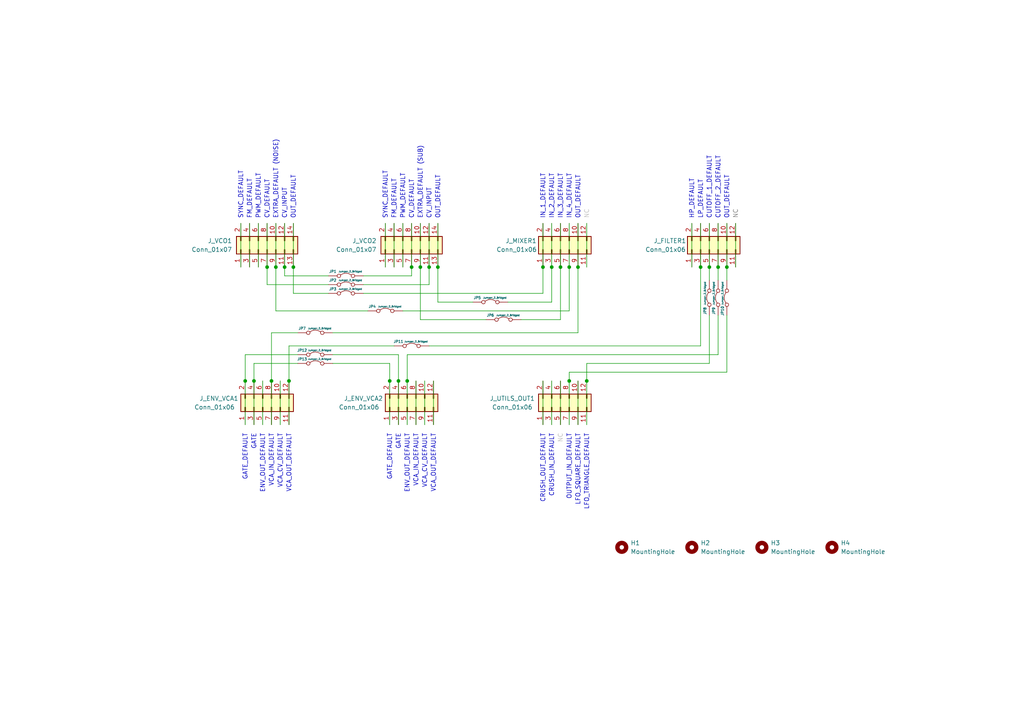
<source format=kicad_sch>
(kicad_sch (version 20250114) (generator "eeschema") (generator_version "9.0")
  (paper "A4")
  (title_block (title "Default Patch") (date "2025-12-11") (rev "v1.0") (company "Shmøergh"))
  (lib_symbols
    (symbol "Connector_Generic:Conn_02x06_Odd_Even" (pin_names (offset 1.016) (hide yes))
      (property "Reference" "J" (at 1.27 7.62 0))
      (property "Value" "Conn_02x06_Odd_Even" (at 1.27 -10.16 0))
      (symbol "Conn_02x06_Odd_Even_1_1"
        (rectangle (start -1.27 6.35) (end 3.81 -8.89) (stroke (width 0.254)) (fill (type background)))
        (rectangle (start -1.27 5.207) (end 0 4.953) (stroke (width 0.1524)))
        (rectangle (start -1.27 2.667) (end 0 2.413) (stroke (width 0.1524)))
        (rectangle (start -1.27 0.127) (end 0 -0.127) (stroke (width 0.1524)))
        (rectangle (start -1.27 -2.413) (end 0 -2.667) (stroke (width 0.1524)))
        (rectangle (start -1.27 -4.953) (end 0 -5.207) (stroke (width 0.1524)))
        (rectangle (start -1.27 -7.493) (end 0 -7.747) (stroke (width 0.1524)))
        (rectangle (start 3.81 5.207) (end 2.54 4.953) (stroke (width 0.1524)))
        (rectangle (start 3.81 2.667) (end 2.54 2.413) (stroke (width 0.1524)))
        (rectangle (start 3.81 0.127) (end 2.54 -0.127) (stroke (width 0.1524)))
        (rectangle (start 3.81 -2.413) (end 2.54 -2.667) (stroke (width 0.1524)))
        (rectangle (start 3.81 -4.953) (end 2.54 -5.207) (stroke (width 0.1524)))
        (rectangle (start 3.81 -7.493) (end 2.54 -7.747) (stroke (width 0.1524)))
        (pin passive line (at -5.08 5.08 0) (length 3.81) (name "Pin_1") (number "1"))
        (pin passive line (at -5.08 2.54 0) (length 3.81) (name "Pin_3") (number "3"))
        (pin passive line (at -5.08 0 0) (length 3.81) (name "Pin_5") (number "5"))
        (pin passive line (at -5.08 -2.54 0) (length 3.81) (name "Pin_7") (number "7"))
        (pin passive line (at -5.08 -5.08 0) (length 3.81) (name "Pin_9") (number "9"))
        (pin passive line (at -5.08 -7.62 0) (length 3.81) (name "Pin_11") (number "11"))
        (pin passive line (at 7.62 5.08 180) (length 3.81) (name "Pin_2") (number "2"))
        (pin passive line (at 7.62 2.54 180) (length 3.81) (name "Pin_4") (number "4"))
        (pin passive line (at 7.62 0 180) (length 3.81) (name "Pin_6") (number "6"))
        (pin passive line (at 7.62 -2.54 180) (length 3.81) (name "Pin_8") (number "8"))
        (pin passive line (at 7.62 -5.08 180) (length 3.81) (name "Pin_10") (number "10"))
        (pin passive line (at 7.62 -7.62 180) (length 3.81) (name "Pin_12") (number "12"))
      )
    )
    (symbol "Connector_Generic:Conn_02x07_Odd_Even" (pin_names (offset 1.016) (hide yes))
      (property "Reference" "J" (at 1.27 10.16 0))
      (property "Value" "Conn_02x07_Odd_Even" (at 1.27 -10.16 0))
      (symbol "Conn_02x07_Odd_Even_1_1"
        (rectangle (start -1.27 8.89) (end 3.81 -8.89) (stroke (width 0.254)) (fill (type background)))
        (rectangle (start -1.27 7.747) (end 0 7.493) (stroke (width 0.1524)))
        (rectangle (start -1.27 5.207) (end 0 4.953) (stroke (width 0.1524)))
        (rectangle (start -1.27 2.667) (end 0 2.413) (stroke (width 0.1524)))
        (rectangle (start -1.27 0.127) (end 0 -0.127) (stroke (width 0.1524)))
        (rectangle (start -1.27 -2.413) (end 0 -2.667) (stroke (width 0.1524)))
        (rectangle (start -1.27 -4.953) (end 0 -5.207) (stroke (width 0.1524)))
        (rectangle (start -1.27 -7.493) (end 0 -7.747) (stroke (width 0.1524)))
        (rectangle (start 3.81 7.747) (end 2.54 7.493) (stroke (width 0.1524)))
        (rectangle (start 3.81 5.207) (end 2.54 4.953) (stroke (width 0.1524)))
        (rectangle (start 3.81 2.667) (end 2.54 2.413) (stroke (width 0.1524)))
        (rectangle (start 3.81 0.127) (end 2.54 -0.127) (stroke (width 0.1524)))
        (rectangle (start 3.81 -2.413) (end 2.54 -2.667) (stroke (width 0.1524)))
        (rectangle (start 3.81 -4.953) (end 2.54 -5.207) (stroke (width 0.1524)))
        (rectangle (start 3.81 -7.493) (end 2.54 -7.747) (stroke (width 0.1524)))
        (pin passive line (at -5.08 7.62 0) (length 3.81) (name "Pin_1") (number "1"))
        (pin passive line (at -5.08 5.08 0) (length 3.81) (name "Pin_3") (number "3"))
        (pin passive line (at -5.08 2.54 0) (length 3.81) (name "Pin_5") (number "5"))
        (pin passive line (at -5.08 0 0) (length 3.81) (name "Pin_7") (number "7"))
        (pin passive line (at -5.08 -2.54 0) (length 3.81) (name "Pin_9") (number "9"))
        (pin passive line (at -5.08 -5.08 0) (length 3.81) (name "Pin_11") (number "11"))
        (pin passive line (at -5.08 -7.62 0) (length 3.81) (name "Pin_13") (number "13"))
        (pin passive line (at 7.62 7.62 180) (length 3.81) (name "Pin_2") (number "2"))
        (pin passive line (at 7.62 5.08 180) (length 3.81) (name "Pin_4") (number "4"))
        (pin passive line (at 7.62 2.54 180) (length 3.81) (name "Pin_6") (number "6"))
        (pin passive line (at 7.62 0 180) (length 3.81) (name "Pin_8") (number "8"))
        (pin passive line (at 7.62 -2.54 180) (length 3.81) (name "Pin_10") (number "10"))
        (pin passive line (at 7.62 -5.08 180) (length 3.81) (name "Pin_12") (number "12"))
        (pin passive line (at 7.62 -7.62 180) (length 3.81) (name "Pin_14") (number "14"))
      )
    )
    (symbol "Jumper:Jumper_2_Bridged" (pin_numbers (hide yes)) (pin_names (offset 0) (hide yes))
      (property "Reference" "JP" (at 0 1.905 0))
      (property "Value" "Jumper_2_Bridged" (at 0 -2.54 0))
      (symbol "Jumper_2_Bridged_0_0"
        (circle (center -2.032 0) (radius 0.508))
        (circle (center 2.032 0) (radius 0.508))
      )
      (symbol "Jumper_2_Bridged_0_1"
        (arc (start -1.524 0.254) (mid 0 0.762) (end 1.524 0.254))
      )
      (symbol "Jumper_2_Bridged_1_1"
        (pin passive line (at -5.08 0 0) (length 2.54) (name "A") (number "1"))
        (pin passive line (at 5.08 0 180) (length 2.54) (name "B") (number "2"))
      )
    )
    (symbol "Mechanical:MountingHole" (pin_names (offset 1.016)) (in_bom no)
      (property "Reference" "H" (at 0 5.08 0))
      (property "Value" "MountingHole" (at 0 3.175 0))
      (symbol "MountingHole_0_1"
        (circle (center 0 0) (radius 1.27) (stroke (width 1.27)))
      )
    )
  )
  (text "HP_DEFAULT" (at 200.66 63.5 90) (effects (font (size 1.27 1.27)) (justify left)))
  (text "VCA_IN_DEFAULT" (at 120.65 125.73 90) (effects (font (size 1.27 1.27)) (justify right)))
  (text "GATE_DEFAULT" (at 113.03 125.73 90) (effects (font (size 1.27 1.27)) (justify right)))
  (text "SYNC_DEFAULT\n" (at 69.85 63.5 90) (effects (font (size 1.27 1.27)) (justify left)))
  (text "OUT_DEFAULT" (at 167.64 63.5 90) (effects (font (size 1.27 1.27)) (justify left)))
  (text "FM_DEFAULT" (at 72.39 63.5 90) (effects (font (size 1.27 1.27)) (justify left)))
  (text "NC" (at 170.18 63.5 90) (effects (font (size 1.27 1.27)) (justify left)))
  (text "PWM_DEFAULT" (at 116.84 63.5 90) (effects (font (size 1.27 1.27)) (justify left)))
  (text "CV_DEFAULT" (at 77.47 63.5 90) (effects (font (size 1.27 1.27)) (justify left)))
  (text "ENV_OUT_DEFAULT" (at 118.11 125.73 90) (effects (font (size 1.27 1.27)) (justify right)))
  (text "VCA_CV_DEFAULT" (at 81.28 125.73 90) (effects (font (size 1.27 1.27)) (justify right)))
  (text "IN_1_DEFAULT" (at 157.48 63.5 90) (effects (font (size 1.27 1.27)) (justify left)))
  (text "CV_DEFAULT" (at 119.38 63.5 90) (effects (font (size 1.27 1.27)) (justify left)))
  (text "VCA_OUT_DEFAULT" (at 125.73 125.73 90) (effects (font (size 1.27 1.27)) (justify right)))
  (text "PWM_DEFAULT" (at 74.93 63.5 90) (effects (font (size 1.27 1.27)) (justify left)))
  (text "VCA_IN_DEFAULT" (at 78.74 125.73 90) (effects (font (size 1.27 1.27)) (justify right)))
  (text "OUT_DEFAULT" (at 127 63.5 90) (effects (font (size 1.27 1.27)) (justify left)))
  (text "NC" (at 162.56 125.73 90) (effects (font (size 1.27 1.27)) (justify right)))
  (text "CRUSH_OUT_DEFAULT" (at 157.48 125.73 90) (effects (font (size 1.27 1.27)) (justify right)))
  (text "OUTPUT_IN_DEFAULT" (at 165.1 125.73 90) (effects (font (size 1.27 1.27)) (justify right)))
  (text "GATE" (at 73.66 125.73 90) (effects (font (size 1.27 1.27)) (justify right)))
  (text "FM_DEFAULT" (at 114.3 63.5 90) (effects (font (size 1.27 1.27)) (justify left)))
  (text "GATE" (at 115.57 125.73 90) (effects (font (size 1.27 1.27)) (justify right)))
  (text "LP_DEFAULT" (at 203.2 63.5 90) (effects (font (size 1.27 1.27)) (justify left)))
  (text "LFO_TRIANGLE_DEFAULT" (at 170.18 125.73 90) (effects (font (size 1.27 1.27)) (justify right)))
  (text "OUT_DEFAULT" (at 85.09 63.5 90) (effects (font (size 1.27 1.27)) (justify left)))
  (text "IN_4_DEFAULT" (at 165.1 63.5 90) (effects (font (size 1.27 1.27)) (justify left)))
  (text "GATE_DEFAULT" (at 71.12 125.73 90) (effects (font (size 1.27 1.27)) (justify right)))
  (text "CUTOFF_1_DEFAULT" (at 205.74 63.5 90) (effects (font (size 1.27 1.27)) (justify left)))
  (text "IN_2_DEFAULT" (at 160.02 63.5 90) (effects (font (size 1.27 1.27)) (justify left)))
  (text "CRUSH_IN_DEFAULT" (at 160.02 125.73 90) (effects (font (size 1.27 1.27)) (justify right)))
  (text "VCA_CV_DEFAULT" (at 123.19 125.73 90) (effects (font (size 1.27 1.27)) (justify right)))
  (text "SYNC_DEFAULT\n" (at 111.76 63.5 90) (effects (font (size 1.27 1.27)) (justify left)))
  (text "IN_3_DEFAULT" (at 162.56 63.5 90) (effects (font (size 1.27 1.27)) (justify left)))
  (text "CUTOFF_2_DEFAULT" (at 208.28 63.5 90) (effects (font (size 1.27 1.27)) (justify left)))
  (text "EXTRA_DEFAULT (SUB)" (at 121.92 63.5 90) (effects (font (size 1.27 1.27)) (justify left)))
  (text "CV_INPUT" (at 124.46 63.5 90) (effects (font (size 1.27 1.27)) (justify left)))
  (text "CV_INPUT" (at 82.55 63.5 90) (effects (font (size 1.27 1.27)) (justify left)))
  (text "VCA_OUT_DEFAULT" (at 83.82 125.73 90) (effects (font (size 1.27 1.27)) (justify right)))
  (text "NC" (at 213.36 63.5 90) (effects (font (size 1.27 1.27)) (justify left)))
  (text "ENV_OUT_DEFAULT" (at 76.2 125.73 90) (effects (font (size 1.27 1.27)) (justify right)))
  (text "OUT_DEFAULT" (at 210.82 63.5 90) (effects (font (size 1.27 1.27)) (justify left)))
  (text "EXTRA_DEFAULT (NOISE)" (at 80.01 63.5 90) (effects (font (size 1.27 1.27)) (justify left)))
  (text "LFO_SQUARE_DEFAULT" (at 167.64 125.73 90) (effects (font (size 1.27 1.27)) (justify right)))
  (junction (at 160.02 77.47))
  (junction (at 83.82 110.49))
  (junction (at 167.64 77.47))
  (junction (at 165.1 110.49))
  (junction (at 162.56 77.47))
  (junction (at 82.55 77.47))
  (junction (at 170.18 110.49))
  (junction (at 78.74 110.49))
  (junction (at 77.47 77.47))
  (junction (at 115.57 110.49))
  (junction (at 85.09 77.47))
  (junction (at 80.01 77.47))
  (junction (at 157.48 77.47))
  (junction (at 205.74 77.47))
  (junction (at 73.66 110.49))
  (junction (at 165.1 77.47))
  (junction (at 124.46 77.47))
  (junction (at 210.82 77.47))
  (junction (at 119.38 77.47))
  (junction (at 121.92 77.47))
  (junction (at 127 77.47))
  (junction (at 118.11 110.49))
  (junction (at 113.03 110.49))
  (junction (at 71.12 110.49))
  (junction (at 208.28 77.47))
  (junction (at 203.2 77.47))
  (wire (pts (xy 210.82 91.44) (xy 210.82 107.95)))
  (wire (pts (xy 170.18 64.77) (xy 170.18 77.47)))
  (wire (pts (xy 96.52 105.41) (xy 113.03 105.41)))
  (wire (pts (xy 165.1 107.95) (xy 165.1 110.49)))
  (wire (pts (xy 80.01 64.77) (xy 80.01 77.47)))
  (wire (pts (xy 160.02 64.77) (xy 160.02 77.47)))
  (wire (pts (xy 83.82 110.49) (xy 83.82 123.19)))
  (wire (pts (xy 118.11 110.49) (xy 118.11 123.19)))
  (wire (pts (xy 121.92 64.77) (xy 121.92 77.47)))
  (wire (pts (xy 170.18 110.49) (xy 170.18 105.41)))
  (wire (pts (xy 78.74 96.52) (xy 78.74 110.49)))
  (wire (pts (xy 121.92 92.71) (xy 140.97 92.71)))
  (wire (pts (xy 72.39 64.77) (xy 72.39 77.47)))
  (wire (pts (xy 167.64 77.47) (xy 167.64 96.52)))
  (wire (pts (xy 71.12 110.49) (xy 71.12 102.87)))
  (wire (pts (xy 170.18 105.41) (xy 205.74 105.41)))
  (wire (pts (xy 162.56 64.77) (xy 162.56 77.47)))
  (wire (pts (xy 127 77.47) (xy 127 87.63)))
  (wire (pts (xy 116.84 90.17) (xy 165.1 90.17)))
  (wire (pts (xy 114.3 64.77) (xy 114.3 77.47)))
  (wire (pts (xy 80.01 77.47) (xy 80.01 90.17)))
  (wire (pts (xy 210.82 64.77) (xy 210.82 77.47)))
  (wire (pts (xy 160.02 87.63) (xy 160.02 77.47)))
  (wire (pts (xy 120.65 110.49) (xy 120.65 123.19)))
  (wire (pts (xy 71.12 110.49) (xy 71.12 123.19)))
  (wire (pts (xy 69.85 64.77) (xy 69.85 77.47)))
  (wire (pts (xy 167.64 64.77) (xy 167.64 77.47)))
  (wire (pts (xy 208.28 81.28) (xy 208.28 77.47)))
  (wire (pts (xy 205.74 64.77) (xy 205.74 77.47)))
  (wire (pts (xy 105.41 82.55) (xy 124.46 82.55)))
  (wire (pts (xy 147.32 87.63) (xy 160.02 87.63)))
  (wire (pts (xy 157.48 110.49) (xy 157.48 123.19)))
  (wire (pts (xy 200.66 64.77) (xy 200.66 77.47)))
  (wire (pts (xy 124.46 64.77) (xy 124.46 77.47)))
  (wire (pts (xy 157.48 85.09) (xy 157.48 77.47)))
  (wire (pts (xy 85.09 85.09) (xy 95.25 85.09)))
  (wire (pts (xy 80.01 90.17) (xy 106.68 90.17)))
  (wire (pts (xy 121.92 77.47) (xy 121.92 92.71)))
  (wire (pts (xy 115.57 102.87) (xy 115.57 110.49)))
  (wire (pts (xy 213.36 64.77) (xy 213.36 77.47)))
  (wire (pts (xy 162.56 92.71) (xy 162.56 77.47)))
  (wire (pts (xy 205.74 105.41) (xy 205.74 91.44)))
  (wire (pts (xy 83.82 100.33) (xy 114.3 100.33)))
  (wire (pts (xy 105.41 80.01) (xy 119.38 80.01)))
  (wire (pts (xy 210.82 77.47) (xy 210.82 81.28)))
  (wire (pts (xy 73.66 105.41) (xy 86.36 105.41)))
  (wire (pts (xy 115.57 110.49) (xy 115.57 123.19)))
  (wire (pts (xy 123.19 110.49) (xy 123.19 123.19)))
  (wire (pts (xy 113.03 110.49) (xy 113.03 123.19)))
  (wire (pts (xy 208.28 102.87) (xy 208.28 91.44)))
  (wire (pts (xy 73.66 110.49) (xy 73.66 105.41)))
  (wire (pts (xy 82.55 64.77) (xy 82.55 77.47)))
  (wire (pts (xy 208.28 64.77) (xy 208.28 77.47)))
  (wire (pts (xy 76.2 110.49) (xy 76.2 123.19)))
  (wire (pts (xy 160.02 110.49) (xy 160.02 123.19)))
  (wire (pts (xy 118.11 102.87) (xy 208.28 102.87)))
  (wire (pts (xy 82.55 80.01) (xy 95.25 80.01)))
  (wire (pts (xy 210.82 107.95) (xy 165.1 107.95)))
  (wire (pts (xy 162.56 110.49) (xy 162.56 123.19)))
  (wire (pts (xy 125.73 110.49) (xy 125.73 123.19)))
  (wire (pts (xy 165.1 64.77) (xy 165.1 77.47)))
  (wire (pts (xy 116.84 64.77) (xy 116.84 77.47)))
  (wire (pts (xy 73.66 110.49) (xy 73.66 123.19)))
  (wire (pts (xy 85.09 64.77) (xy 85.09 77.47)))
  (wire (pts (xy 205.74 81.28) (xy 205.74 77.47)))
  (wire (pts (xy 167.64 110.49) (xy 167.64 123.19)))
  (wire (pts (xy 85.09 77.47) (xy 85.09 85.09)))
  (wire (pts (xy 127 87.63) (xy 137.16 87.63)))
  (wire (pts (xy 165.1 110.49) (xy 165.1 123.19)))
  (wire (pts (xy 77.47 64.77) (xy 77.47 77.47)))
  (wire (pts (xy 118.11 110.49) (xy 118.11 102.87)))
  (wire (pts (xy 119.38 80.01) (xy 119.38 77.47)))
  (wire (pts (xy 96.52 102.87) (xy 115.57 102.87)))
  (wire (pts (xy 203.2 64.77) (xy 203.2 77.47)))
  (wire (pts (xy 124.46 82.55) (xy 124.46 77.47)))
  (wire (pts (xy 119.38 64.77) (xy 119.38 77.47)))
  (wire (pts (xy 71.12 102.87) (xy 86.36 102.87)))
  (wire (pts (xy 81.28 110.49) (xy 81.28 123.19)))
  (wire (pts (xy 113.03 105.41) (xy 113.03 110.49)))
  (wire (pts (xy 78.74 110.49) (xy 78.74 123.19)))
  (wire (pts (xy 105.41 85.09) (xy 157.48 85.09)))
  (wire (pts (xy 111.76 64.77) (xy 111.76 77.47)))
  (wire (pts (xy 82.55 77.47) (xy 82.55 80.01)))
  (wire (pts (xy 96.52 96.52) (xy 167.64 96.52)))
  (wire (pts (xy 77.47 82.55) (xy 95.25 82.55)))
  (wire (pts (xy 151.13 92.71) (xy 162.56 92.71)))
  (wire (pts (xy 203.2 77.47) (xy 203.2 100.33)))
  (wire (pts (xy 124.46 100.33) (xy 203.2 100.33)))
  (wire (pts (xy 74.93 64.77) (xy 74.93 77.47)))
  (wire (pts (xy 77.47 77.47) (xy 77.47 82.55)))
  (wire (pts (xy 83.82 110.49) (xy 83.82 100.33)))
  (wire (pts (xy 78.74 96.52) (xy 86.36 96.52)))
  (wire (pts (xy 127 64.77) (xy 127 77.47)))
  (wire (pts (xy 165.1 90.17) (xy 165.1 77.47)))
  (wire (pts (xy 170.18 110.49) (xy 170.18 123.19)))
  (wire (pts (xy 157.48 64.77) (xy 157.48 77.47)))
  (symbol (lib_id "Jumper:Jumper_2_Bridged") (at 142.24 87.63 0) (unit 1)
    (property "Reference" "JP5" (at 138.43 86.36 0) (effects (font (size 0.75 0.75))))
    (property "Value" "Jumper_2_Bridged" (at 143.51 86.36 0) (effects (font (size 0.5 0.5))))
    (property "Footprint" "Jumper:SolderJumper-2_P1.3mm_Bridged_RoundedPad1.0x1.5mm" (effects (hide yes)))
    (property "Description" "Jumper, 2-pole, closed/bridged" (effects (hide yes)))
  )
  (symbol (lib_id "Jumper:Jumper_2_Bridged") (at 111.76 90.17 0) (unit 1)
    (property "Reference" "JP4" (at 107.95 88.9 0) (effects (font (size 0.75 0.75))))
    (property "Value" "Jumper_2_Bridged" (at 113.03 88.9 0) (effects (font (size 0.5 0.5))))
    (property "Footprint" "Jumper:SolderJumper-2_P1.3mm_Bridged_RoundedPad1.0x1.5mm" (effects (hide yes)))
    (property "Description" "Jumper, 2-pole, closed/bridged" (effects (hide yes)))
  )
  (symbol (lib_id "Jumper:Jumper_2_Bridged") (at 208.28 86.36 90) (unit 1)
    (property "Reference" "JP9" (at 207.01 90.17 0) (effects (font (size 0.75 0.75))))
    (property "Value" "Jumper_2_Bridged" (at 207.01 85.09 0) (effects (font (size 0.5 0.5))))
    (property "Footprint" "Jumper:SolderJumper-2_P1.3mm_Bridged_RoundedPad1.0x1.5mm" (effects (hide yes)))
    (property "Description" "Jumper, 2-pole, closed/bridged" (effects (hide yes)))
  )
  (symbol (lib_id "Mechanical:MountingHole") (at 241.3 158.75 0) (unit 1) (in_bom no)
    (property "Reference" "H4" (at 243.84 157.4799 0) (effects (justify left)))
    (property "Value" "MountingHole" (at 243.84 160.0199 0) (effects (justify left)))
    (property "Footprint" "MountingHole:MountingHole_3.2mm_M3" (effects (hide yes)))
    (property "Description" "Mounting Hole without connection" (effects (hide yes)))
  )
  (symbol (lib_id "Jumper:Jumper_2_Bridged") (at 91.44 102.87 0) (unit 1)
    (property "Reference" "JP12" (at 87.63 101.6 0) (effects (font (size 0.75 0.75))))
    (property "Value" "Jumper_2_Bridged" (at 92.71 101.6 0) (effects (font (size 0.5 0.5))))
    (property "Footprint" "Jumper:SolderJumper-2_P1.3mm_Bridged_RoundedPad1.0x1.5mm" (effects (hide yes)))
    (property "Description" "Jumper, 2-pole, closed/bridged" (effects (hide yes)))
  )
  (symbol (lib_id "Jumper:Jumper_2_Bridged") (at 210.82 86.36 90) (unit 1)
    (property "Reference" "JP10" (at 209.55 90.17 0) (effects (font (size 0.75 0.75))))
    (property "Value" "Jumper_2_Bridged" (at 209.55 85.09 0) (effects (font (size 0.5 0.5))))
    (property "Footprint" "Jumper:SolderJumper-2_P1.3mm_Bridged_RoundedPad1.0x1.5mm" (effects (hide yes)))
    (property "Description" "Jumper, 2-pole, closed/bridged" (effects (hide yes)))
  )
  (symbol (lib_id "Mechanical:MountingHole") (at 180.34 158.75 0) (unit 1) (in_bom no)
    (property "Reference" "H1" (at 182.88 157.4799 0) (effects (justify left)))
    (property "Value" "MountingHole" (at 182.88 160.0199 0) (effects (justify left)))
    (property "Footprint" "MountingHole:MountingHole_3.2mm_M3" (effects (hide yes)))
    (property "Description" "Mounting Hole without connection" (effects (hide yes)))
  )
  (symbol (lib_id "Jumper:Jumper_2_Bridged") (at 119.38 100.33 0) (unit 1)
    (property "Reference" "JP11" (at 115.57 99.06 0) (effects (font (size 0.75 0.75))))
    (property "Value" "Jumper_2_Bridged" (at 120.65 99.06 0) (effects (font (size 0.5 0.5))))
    (property "Footprint" "Jumper:SolderJumper-2_P1.3mm_Bridged_RoundedPad1.0x1.5mm" (effects (hide yes)))
    (property "Description" "Jumper, 2-pole, closed/bridged" (effects (hide yes)))
  )
  (symbol (lib_id "Jumper:Jumper_2_Bridged") (at 100.33 80.01 0) (unit 1)
    (property "Reference" "JP1" (at 96.52 78.74 0) (effects (font (size 0.75 0.75))))
    (property "Value" "Jumper_2_Bridged" (at 101.6 78.74 0) (effects (font (size 0.5 0.5))))
    (property "Footprint" "Jumper:SolderJumper-2_P1.3mm_Bridged_RoundedPad1.0x1.5mm" (effects (hide yes)))
    (property "Description" "Jumper, 2-pole, closed/bridged" (effects (hide yes)))
  )
  (symbol (lib_id "Jumper:Jumper_2_Bridged") (at 91.44 105.41 0) (unit 1)
    (property "Reference" "JP13" (at 87.63 104.14 0) (effects (font (size 0.75 0.75))))
    (property "Value" "Jumper_2_Bridged" (at 92.71 104.14 0) (effects (font (size 0.5 0.5))))
    (property "Footprint" "Jumper:SolderJumper-2_P1.3mm_Bridged_RoundedPad1.0x1.5mm" (effects (hide yes)))
    (property "Description" "Jumper, 2-pole, closed/bridged" (effects (hide yes)))
  )
  (symbol (lib_id "Jumper:Jumper_2_Bridged") (at 205.74 86.36 90) (unit 1)
    (property "Reference" "JP8" (at 204.47 90.17 0) (effects (font (size 0.75 0.75))))
    (property "Value" "Jumper_2_Bridged" (at 204.47 85.09 0) (effects (font (size 0.5 0.5))))
    (property "Footprint" "Jumper:SolderJumper-2_P1.3mm_Bridged_RoundedPad1.0x1.5mm" (effects (hide yes)))
    (property "Description" "Jumper, 2-pole, closed/bridged" (effects (hide yes)))
  )
  (symbol (lib_id "Connector_Generic:Conn_02x06_Odd_Even") (at 118.11 118.11 90) (unit 1)
    (property "Reference" "J_ENV_VCA2" (at 105.41 115.57 90))
    (property "Value" "Conn_01x06" (at 104.14 118.11 90))
    (property "Footprint" "Connector_PinHeader_2.54mm:PinHeader_2x06_P2.54mm_Vertical" (effects (hide yes)))
    (property "Description" "Generic connector, double row, 02x06, odd/even pin numbering scheme (row 1 odd numbers, row 2 even numbers), script generated (kicad-library-utils/schlib/autogen/connector/)" (effects (hide yes)))
    (property "Part No." "200-MTSW12009TS500 " (effects (hide yes)))
    (property "Part URL" "https://mou.sr/4afsn8k" (effects (hide yes)))
    (property "Vendor" "Mouser" (effects (hide yes)))
  )
  (symbol (lib_id "Jumper:Jumper_2_Bridged") (at 146.05 92.71 0) (unit 1)
    (property "Reference" "JP6" (at 142.24 91.44 0) (effects (font (size 0.75 0.75))))
    (property "Value" "Jumper_2_Bridged" (at 147.32 91.44 0) (effects (font (size 0.5 0.5))))
    (property "Footprint" "Jumper:SolderJumper-2_P1.3mm_Bridged_RoundedPad1.0x1.5mm" (effects (hide yes)))
    (property "Description" "Jumper, 2-pole, closed/bridged" (effects (hide yes)))
  )
  (symbol (lib_id "Jumper:Jumper_2_Bridged") (at 91.44 96.52 0) (unit 1)
    (property "Reference" "JP7" (at 87.63 95.25 0) (effects (font (size 0.75 0.75))))
    (property "Value" "Jumper_2_Bridged" (at 92.71 95.25 0) (effects (font (size 0.5 0.5))))
    (property "Footprint" "Jumper:SolderJumper-2_P1.3mm_Bridged_RoundedPad1.0x1.5mm" (effects (hide yes)))
    (property "Description" "Jumper, 2-pole, closed/bridged" (effects (hide yes)))
  )
  (symbol (lib_id "Jumper:Jumper_2_Bridged") (at 100.33 82.55 0) (unit 1)
    (property "Reference" "JP2" (at 96.52 81.28 0) (effects (font (size 0.75 0.75))))
    (property "Value" "Jumper_2_Bridged" (at 101.6 81.28 0) (effects (font (size 0.5 0.5))))
    (property "Footprint" "Jumper:SolderJumper-2_P1.3mm_Bridged_RoundedPad1.0x1.5mm" (effects (hide yes)))
    (property "Description" "Jumper, 2-pole, closed/bridged" (effects (hide yes)))
  )
  (symbol (lib_id "Connector_Generic:Conn_02x06_Odd_Even") (at 76.2 118.11 90) (unit 1)
    (property "Reference" "J_ENV_VCA1" (at 63.5 115.57 90))
    (property "Value" "Conn_01x06" (at 62.23 118.11 90))
    (property "Footprint" "Connector_PinHeader_2.54mm:PinHeader_2x06_P2.54mm_Vertical" (effects (hide yes)))
    (property "Description" "Generic connector, double row, 02x06, odd/even pin numbering scheme (row 1 odd numbers, row 2 even numbers), script generated (kicad-library-utils/schlib/autogen/connector/)" (effects (hide yes)))
    (property "Part No." "200-MTSW12009TS500 " (effects (hide yes)))
    (property "Part URL" "https://mou.sr/4afsn8k" (effects (hide yes)))
    (property "Vendor" "Mouser" (effects (hide yes)))
  )
  (symbol (lib_id "Jumper:Jumper_2_Bridged") (at 100.33 85.09 0) (unit 1)
    (property "Reference" "JP3" (at 96.52 83.82 0) (effects (font (size 0.75 0.75))))
    (property "Value" "Jumper_2_Bridged" (at 101.6 83.82 0) (effects (font (size 0.5 0.5))))
    (property "Footprint" "Jumper:SolderJumper-2_P1.3mm_Bridged_RoundedPad1.0x1.5mm" (effects (hide yes)))
    (property "Description" "Jumper, 2-pole, closed/bridged" (effects (hide yes)))
  )
  (symbol (lib_id "Connector_Generic:Conn_02x06_Odd_Even") (at 162.56 72.39 90) (unit 1)
    (property "Reference" "J_MIXER1" (at 151.13 69.85 90))
    (property "Value" "Conn_01x06" (at 149.86 72.39 90))
    (property "Footprint" "Connector_PinHeader_2.54mm:PinHeader_2x06_P2.54mm_Vertical" (effects (hide yes)))
    (property "Description" "Generic connector, double row, 02x06, odd/even pin numbering scheme (row 1 odd numbers, row 2 even numbers), script generated (kicad-library-utils/schlib/autogen/connector/)" (effects (hide yes)))
    (property "Part No." "200-MTSW12009TS500 " (effects (hide yes)))
    (property "Part URL" "https://mou.sr/4afsn8k" (effects (hide yes)))
    (property "Vendor" "Mouser" (effects (hide yes)))
  )
  (symbol (lib_id "Connector_Generic:Conn_02x06_Odd_Even") (at 205.74 72.39 90) (unit 1)
    (property "Reference" "J_FILTER1" (at 194.31 69.85 90))
    (property "Value" "Conn_01x06" (at 193.04 72.39 90))
    (property "Footprint" "Connector_PinHeader_2.54mm:PinHeader_2x06_P2.54mm_Vertical" (effects (hide yes)))
    (property "Description" "Generic connector, double row, 02x06, odd/even pin numbering scheme (row 1 odd numbers, row 2 even numbers), script generated (kicad-library-utils/schlib/autogen/connector/)" (effects (hide yes)))
    (property "Part No." "200-MTSW12009TS500 " (effects (hide yes)))
    (property "Part URL" "https://mou.sr/4afsn8k" (effects (hide yes)))
    (property "Vendor" "Mouser" (effects (hide yes)))
  )
  (symbol (lib_id "Connector_Generic:Conn_02x06_Odd_Even") (at 162.56 118.11 90) (unit 1)
    (property "Reference" "J_UTILS_OUT1" (at 148.59 115.57 90))
    (property "Value" "Conn_01x06" (at 148.59 118.11 90))
    (property "Footprint" "Connector_PinHeader_2.54mm:PinHeader_2x06_P2.54mm_Vertical" (effects (hide yes)))
    (property "Description" "Generic connector, double row, 02x06, odd/even pin numbering scheme (row 1 odd numbers, row 2 even numbers), script generated (kicad-library-utils/schlib/autogen/connector/)" (effects (hide yes)))
    (property "Part No." "200-MTSW12009TS500 " (effects (hide yes)))
    (property "Part URL" "https://mou.sr/4afsn8k" (effects (hide yes)))
    (property "Vendor" "Mouser" (effects (hide yes)))
  )
  (symbol (lib_id "Mechanical:MountingHole") (at 200.66 158.75 0) (unit 1) (in_bom no)
    (property "Reference" "H2" (at 203.2 157.4799 0) (effects (justify left)))
    (property "Value" "MountingHole" (at 203.2 160.0199 0) (effects (justify left)))
    (property "Footprint" "MountingHole:MountingHole_3.2mm_M3" (effects (hide yes)))
    (property "Description" "Mounting Hole without connection" (effects (hide yes)))
  )
  (symbol (lib_id "Connector_Generic:Conn_02x07_Odd_Even") (at 119.38 72.39 90) (unit 1)
    (property "Reference" "J_VCO2" (at 109.22 69.8499 90) (effects (justify left)))
    (property "Value" "Conn_01x07" (at 109.22 72.3899 90) (effects (justify left)))
    (property "Footprint" "Connector_PinHeader_2.54mm:PinHeader_2x07_P2.54mm_Vertical" (effects (hide yes)))
    (property "Description" "Generic connector, double row, 02x07, odd/even pin numbering scheme (row 1 odd numbers, row 2 even numbers), script generated (kicad-library-utils/schlib/autogen/connector/)" (effects (hide yes)))
    (property "Part No." "200-MTSW12009TS500 " (effects (hide yes)))
    (property "Part URL" "https://mou.sr/4afsn8k" (effects (hide yes)))
    (property "Vendor" "Mouser" (effects (hide yes)))
  )
  (symbol (lib_id "Mechanical:MountingHole") (at 220.98 158.75 0) (unit 1) (in_bom no)
    (property "Reference" "H3" (at 223.52 157.4799 0) (effects (justify left)))
    (property "Value" "MountingHole" (at 223.52 160.0199 0) (effects (justify left)))
    (property "Footprint" "MountingHole:MountingHole_3.2mm_M3" (effects (hide yes)))
    (property "Description" "Mounting Hole without connection" (effects (hide yes)))
  )
  (symbol (lib_id "Connector_Generic:Conn_02x07_Odd_Even") (at 77.47 72.39 90) (unit 1)
    (property "Reference" "J_VCO1" (at 67.31 69.8499 90) (effects (justify left)))
    (property "Value" "Conn_01x07" (at 67.31 72.3899 90) (effects (justify left)))
    (property "Footprint" "Connector_PinHeader_2.54mm:PinHeader_2x07_P2.54mm_Vertical" (effects (hide yes)))
    (property "Description" "Generic connector, double row, 02x07, odd/even pin numbering scheme (row 1 odd numbers, row 2 even numbers), script generated (kicad-library-utils/schlib/autogen/connector/)" (effects (hide yes)))
    (property "Part No." "200-MTSW12009TS500 " (effects (hide yes)))
    (property "Part URL" "https://mou.sr/4afsn8k" (effects (hide yes)))
    (property "Vendor" "Mouser" (effects (hide yes)))
  )
)
</source>
